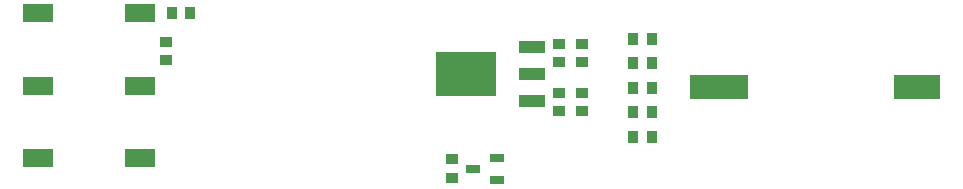
<source format=gbp>
G04*
G04 #@! TF.GenerationSoftware,Altium Limited,Altium Designer,19.0.4 (130)*
G04*
G04 Layer_Color=128*
%FSLAX44Y44*%
%MOMM*%
G71*
G01*
G75*
%ADD17R,0.9300X0.9800*%
%ADD21R,0.9800X0.9300*%
%ADD44R,4.0000X2.0000*%
%ADD45R,5.0000X2.0000*%
%ADD46R,1.2500X0.7000*%
%ADD47R,2.2860X1.0160*%
%ADD48R,5.0800X3.8100*%
%ADD49R,2.5000X1.5000*%
D17*
X534600Y98500D02*
D03*
X550000Y98500D02*
D03*
X534600Y119250D02*
D03*
X550000Y119250D02*
D03*
X534600Y77750D02*
D03*
X550000D02*
D03*
X144000Y161440D02*
D03*
X159400D02*
D03*
X534600Y140000D02*
D03*
X550000Y140000D02*
D03*
X550000Y57000D02*
D03*
X534600Y57000D02*
D03*
D21*
X491000Y135700D02*
D03*
X491000Y120300D02*
D03*
X472000Y135700D02*
D03*
X472000Y120300D02*
D03*
Y78300D02*
D03*
X472000Y93700D02*
D03*
X491000Y78300D02*
D03*
Y93700D02*
D03*
X381000Y37700D02*
D03*
Y22300D02*
D03*
X139000Y137400D02*
D03*
Y122000D02*
D03*
D44*
X774700Y99060D02*
D03*
D45*
X607060D02*
D03*
D46*
X399001Y29500D02*
D03*
X419000Y20000D02*
D03*
Y39000D02*
D03*
D47*
X448880Y87140D02*
D03*
X448880Y132860D02*
D03*
X448880Y110000D02*
D03*
D48*
X393000D02*
D03*
D49*
X116680Y38530D02*
D03*
X30320D02*
D03*
X116680Y100125D02*
D03*
X30320D02*
D03*
Y161720D02*
D03*
X116680D02*
D03*
M02*

</source>
